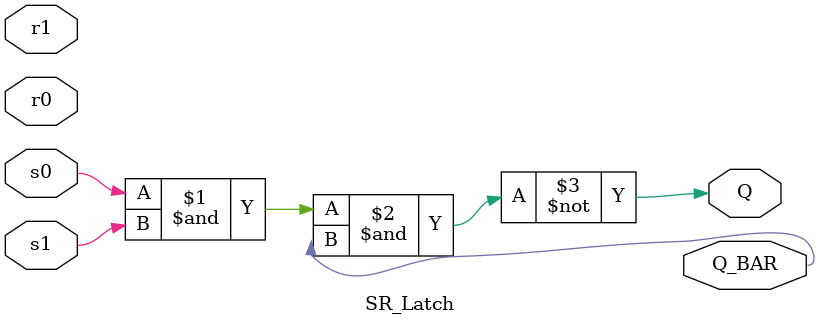
<source format=v>
/********************************************************************
 ***														   	  ***
 *** EE 526 L Experiment #3			   Juan Silva, Spring 2019    ***
 *** 														   	  ***
 *** Hierarchical Modeling					 	 				  ***
 ********************************************************************
 *** Filename: SR_Latch.v		 Created By Juan Silva 2/7/19  	  ***
 ***														   	  ***
 ********************************************************************
 ********************************************************************/

`timescale 1 ns / 10 ps

`define time_delay_1 	1
`define time_delay_2 	2
`define time_delay_3 	3
`define fan_out_1		0.4
`define fan_out_2		0.7
`define fan_out_3		1.0
`define prim_out_delay	5

module SR_Latch(Q, Q_BAR, s0, s1, r0, r1);
//port declarations
	output Q, Q_BAR;
	input s0, s1, r0, r1;
		
//netlists
	nand #(`time_delay_3 + `prim_out_delay) nand1(Q, s0, s1, Q_BAR);
	nand #(`time_delay_3 + `prim_out_delay) nand2(QBAR, Q, r1, s0);
	
endmodule
</source>
